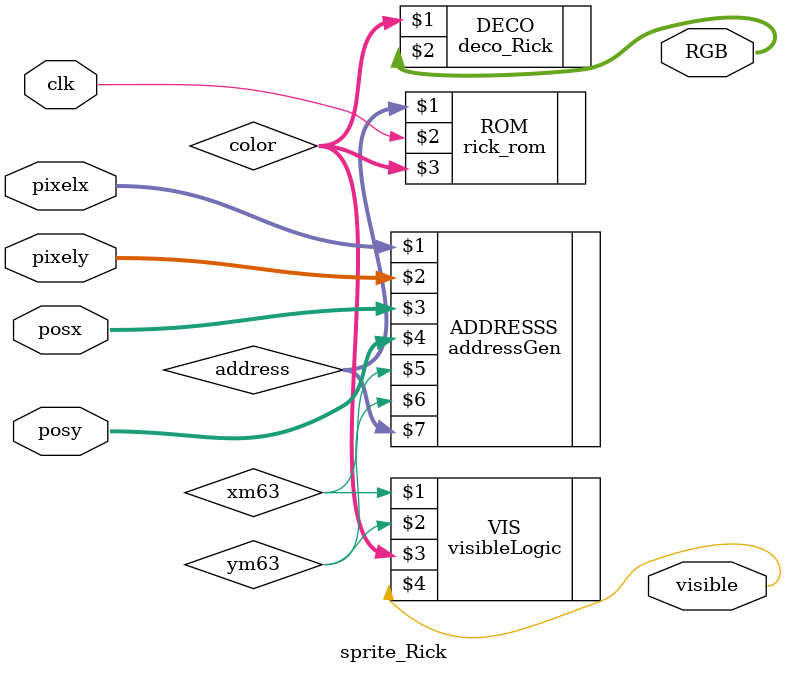
<source format=sv>
module sprite_Rick(input clk,
                   input [9:0] posx,posy,pixelx, pixely,
						 output [23:0] RGB,
						 output visible);
		
		
	
		
		
		
		
		
		
		//ROM
		logic [0:11] address;
		logic [2:0] color;
		rick_rom  ROM (address,clk, color);	
		//DECO
		deco_Rick DECO (color, RGB);
		logic xm63, ym63;
		//ADDRESS GENERATION
		addressGen ADDRESSS(pixelx, pixely,
						posx, posy, xm63, ym63,address);	
		//VISIBLE LOGIC			
		visibleLogic VIS (xm63, ym63,color, visible);						
endmodule

</source>
